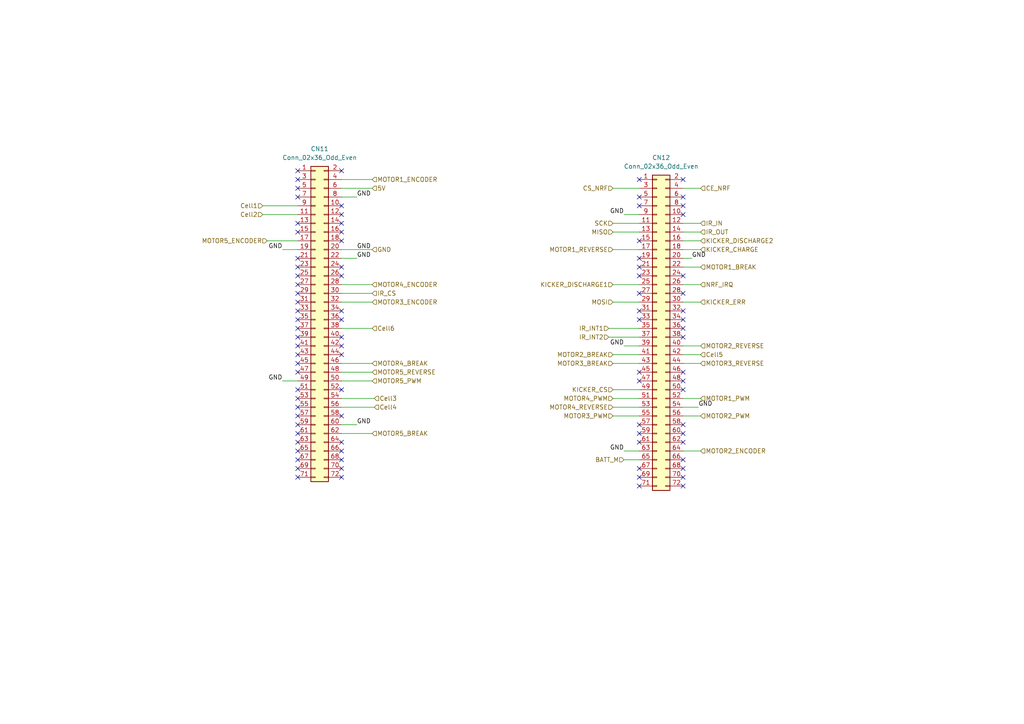
<source format=kicad_sch>
(kicad_sch (version 20231120) (generator "eeschema") (generator_version "8.0")
  (paper "A4")
  (lib_symbols
    (symbol "Connector_Generic:Conn_02x36_Odd_Even" (pin_names (offset 1.016) hide)
      (property "Reference" "J" (at 1.27 45.72 0))
      (property "Value" "Conn_02x36_Odd_Even" (at 1.27 -48.26 0))
      (symbol "Conn_02x36_Odd_Even_1_1"
        (rectangle (start -1.27 -45.593) (end 0 -45.847) (stroke (width 0.1524)))
        (rectangle (start -1.27 -43.053) (end 0 -43.307) (stroke (width 0.1524)))
        (rectangle (start -1.27 -40.513) (end 0 -40.767) (stroke (width 0.1524)))
        (rectangle (start -1.27 -37.973) (end 0 -38.227) (stroke (width 0.1524)))
        (rectangle (start -1.27 -35.433) (end 0 -35.687) (stroke (width 0.1524)))
        (rectangle (start -1.27 -32.893) (end 0 -33.147) (stroke (width 0.1524)))
        (rectangle (start -1.27 -30.353) (end 0 -30.607) (stroke (width 0.1524)))
        (rectangle (start -1.27 -27.813) (end 0 -28.067) (stroke (width 0.1524)))
        (rectangle (start -1.27 -25.273) (end 0 -25.527) (stroke (width 0.1524)))
        (rectangle (start -1.27 -22.733) (end 0 -22.987) (stroke (width 0.1524)))
        (rectangle (start -1.27 -20.193) (end 0 -20.447) (stroke (width 0.1524)))
        (rectangle (start -1.27 -17.653) (end 0 -17.907) (stroke (width 0.1524)))
        (rectangle (start -1.27 -15.113) (end 0 -15.367) (stroke (width 0.1524)))
        (rectangle (start -1.27 -12.573) (end 0 -12.827) (stroke (width 0.1524)))
        (rectangle (start -1.27 -10.033) (end 0 -10.287) (stroke (width 0.1524)))
        (rectangle (start -1.27 -7.493) (end 0 -7.747) (stroke (width 0.1524)))
        (rectangle (start -1.27 -4.953) (end 0 -5.207) (stroke (width 0.1524)))
        (rectangle (start -1.27 -2.413) (end 0 -2.667) (stroke (width 0.1524)))
        (rectangle (start -1.27 0.127) (end 0 -0.127) (stroke (width 0.1524)))
        (rectangle (start -1.27 2.667) (end 0 2.413) (stroke (width 0.1524)))
        (rectangle (start -1.27 5.207) (end 0 4.953) (stroke (width 0.1524)))
        (rectangle (start -1.27 7.747) (end 0 7.493) (stroke (width 0.1524)))
        (rectangle (start -1.27 10.287) (end 0 10.033) (stroke (width 0.1524)))
        (rectangle (start -1.27 12.827) (end 0 12.573) (stroke (width 0.1524)))
        (rectangle (start -1.27 15.367) (end 0 15.113) (stroke (width 0.1524)))
        (rectangle (start -1.27 17.907) (end 0 17.653) (stroke (width 0.1524)))
        (rectangle (start -1.27 20.447) (end 0 20.193) (stroke (width 0.1524)))
        (rectangle (start -1.27 22.987) (end 0 22.733) (stroke (width 0.1524)))
        (rectangle (start -1.27 25.527) (end 0 25.273) (stroke (width 0.1524)))
        (rectangle (start -1.27 28.067) (end 0 27.813) (stroke (width 0.1524)))
        (rectangle (start -1.27 30.607) (end 0 30.353) (stroke (width 0.1524)))
        (rectangle (start -1.27 33.147) (end 0 32.893) (stroke (width 0.1524)))
        (rectangle (start -1.27 35.687) (end 0 35.433) (stroke (width 0.1524)))
        (rectangle (start -1.27 38.227) (end 0 37.973) (stroke (width 0.1524)))
        (rectangle (start -1.27 40.767) (end 0 40.513) (stroke (width 0.1524)))
        (rectangle (start -1.27 43.307) (end 0 43.053) (stroke (width 0.1524)))
        (rectangle (start -1.27 44.45) (end 3.81 -46.99) (stroke (width 0.254)) (fill (type background)))
        (rectangle (start 3.81 -45.593) (end 2.54 -45.847) (stroke (width 0.1524)))
        (rectangle (start 3.81 -43.053) (end 2.54 -43.307) (stroke (width 0.1524)))
        (rectangle (start 3.81 -40.513) (end 2.54 -40.767) (stroke (width 0.1524)))
        (rectangle (start 3.81 -37.973) (end 2.54 -38.227) (stroke (width 0.1524)))
        (rectangle (start 3.81 -35.433) (end 2.54 -35.687) (stroke (width 0.1524)))
        (rectangle (start 3.81 -32.893) (end 2.54 -33.147) (stroke (width 0.1524)))
        (rectangle (start 3.81 -30.353) (end 2.54 -30.607) (stroke (width 0.1524)))
        (rectangle (start 3.81 -27.813) (end 2.54 -28.067) (stroke (width 0.1524)))
        (rectangle (start 3.81 -25.273) (end 2.54 -25.527) (stroke (width 0.1524)))
        (rectangle (start 3.81 -22.733) (end 2.54 -22.987) (stroke (width 0.1524)))
        (rectangle (start 3.81 -20.193) (end 2.54 -20.447) (stroke (width 0.1524)))
        (rectangle (start 3.81 -17.653) (end 2.54 -17.907) (stroke (width 0.1524)))
        (rectangle (start 3.81 -15.113) (end 2.54 -15.367) (stroke (width 0.1524)))
        (rectangle (start 3.81 -12.573) (end 2.54 -12.827) (stroke (width 0.1524)))
        (rectangle (start 3.81 -10.033) (end 2.54 -10.287) (stroke (width 0.1524)))
        (rectangle (start 3.81 -7.493) (end 2.54 -7.747) (stroke (width 0.1524)))
        (rectangle (start 3.81 -4.953) (end 2.54 -5.207) (stroke (width 0.1524)))
        (rectangle (start 3.81 -2.413) (end 2.54 -2.667) (stroke (width 0.1524)))
        (rectangle (start 3.81 0.127) (end 2.54 -0.127) (stroke (width 0.1524)))
        (rectangle (start 3.81 2.667) (end 2.54 2.413) (stroke (width 0.1524)))
        (rectangle (start 3.81 5.207) (end 2.54 4.953) (stroke (width 0.1524)))
        (rectangle (start 3.81 7.747) (end 2.54 7.493) (stroke (width 0.1524)))
        (rectangle (start 3.81 10.287) (end 2.54 10.033) (stroke (width 0.1524)))
        (rectangle (start 3.81 12.827) (end 2.54 12.573) (stroke (width 0.1524)))
        (rectangle (start 3.81 15.367) (end 2.54 15.113) (stroke (width 0.1524)))
        (rectangle (start 3.81 17.907) (end 2.54 17.653) (stroke (width 0.1524)))
        (rectangle (start 3.81 20.447) (end 2.54 20.193) (stroke (width 0.1524)))
        (rectangle (start 3.81 22.987) (end 2.54 22.733) (stroke (width 0.1524)))
        (rectangle (start 3.81 25.527) (end 2.54 25.273) (stroke (width 0.1524)))
        (rectangle (start 3.81 28.067) (end 2.54 27.813) (stroke (width 0.1524)))
        (rectangle (start 3.81 30.607) (end 2.54 30.353) (stroke (width 0.1524)))
        (rectangle (start 3.81 33.147) (end 2.54 32.893) (stroke (width 0.1524)))
        (rectangle (start 3.81 35.687) (end 2.54 35.433) (stroke (width 0.1524)))
        (rectangle (start 3.81 38.227) (end 2.54 37.973) (stroke (width 0.1524)))
        (rectangle (start 3.81 40.767) (end 2.54 40.513) (stroke (width 0.1524)))
        (rectangle (start 3.81 43.307) (end 2.54 43.053) (stroke (width 0.1524)))
        (pin passive line (at -5.08 43.18 0) (length 3.81) (name "Pin_1") (number "1"))
        (pin passive line (at 7.62 33.02 180) (length 3.81) (name "Pin_10") (number "10"))
        (pin passive line (at -5.08 30.48 0) (length 3.81) (name "Pin_11") (number "11"))
        (pin passive line (at 7.62 30.48 180) (length 3.81) (name "Pin_12") (number "12"))
        (pin passive line (at -5.08 27.94 0) (length 3.81) (name "Pin_13") (number "13"))
        (pin passive line (at 7.62 27.94 180) (length 3.81) (name "Pin_14") (number "14"))
        (pin passive line (at -5.08 25.4 0) (length 3.81) (name "Pin_15") (number "15"))
        (pin passive line (at 7.62 25.4 180) (length 3.81) (name "Pin_16") (number "16"))
        (pin passive line (at -5.08 22.86 0) (length 3.81) (name "Pin_17") (number "17"))
        (pin passive line (at 7.62 22.86 180) (length 3.81) (name "Pin_18") (number "18"))
        (pin passive line (at -5.08 20.32 0) (length 3.81) (name "Pin_19") (number "19"))
        (pin passive line (at 7.62 43.18 180) (length 3.81) (name "Pin_2") (number "2"))
        (pin passive line (at 7.62 20.32 180) (length 3.81) (name "Pin_20") (number "20"))
        (pin passive line (at -5.08 17.78 0) (length 3.81) (name "Pin_21") (number "21"))
        (pin passive line (at 7.62 17.78 180) (length 3.81) (name "Pin_22") (number "22"))
        (pin passive line (at -5.08 15.24 0) (length 3.81) (name "Pin_23") (number "23"))
        (pin passive line (at 7.62 15.24 180) (length 3.81) (name "Pin_24") (number "24"))
        (pin passive line (at -5.08 12.7 0) (length 3.81) (name "Pin_25") (number "25"))
        (pin passive line (at 7.62 12.7 180) (length 3.81) (name "Pin_26") (number "26"))
        (pin passive line (at -5.08 10.16 0) (length 3.81) (name "Pin_27") (number "27"))
        (pin passive line (at 7.62 10.16 180) (length 3.81) (name "Pin_28") (number "28"))
        (pin passive line (at -5.08 7.62 0) (length 3.81) (name "Pin_29") (number "29"))
        (pin passive line (at -5.08 40.64 0) (length 3.81) (name "Pin_3") (number "3"))
        (pin passive line (at 7.62 7.62 180) (length 3.81) (name "Pin_30") (number "30"))
        (pin passive line (at -5.08 5.08 0) (length 3.81) (name "Pin_31") (number "31"))
        (pin passive line (at 7.62 5.08 180) (length 3.81) (name "Pin_32") (number "32"))
        (pin passive line (at -5.08 2.54 0) (length 3.81) (name "Pin_33") (number "33"))
        (pin passive line (at 7.62 2.54 180) (length 3.81) (name "Pin_34") (number "34"))
        (pin passive line (at -5.08 0 0) (length 3.81) (name "Pin_35") (number "35"))
        (pin passive line (at 7.62 0 180) (length 3.81) (name "Pin_36") (number "36"))
        (pin passive line (at -5.08 -2.54 0) (length 3.81) (name "Pin_37") (number "37"))
        (pin passive line (at 7.62 -2.54 180) (length 3.81) (name "Pin_38") (number "38"))
        (pin passive line (at -5.08 -5.08 0) (length 3.81) (name "Pin_39") (number "39"))
        (pin passive line (at 7.62 40.64 180) (length 3.81) (name "Pin_4") (number "4"))
        (pin passive line (at 7.62 -5.08 180) (length 3.81) (name "Pin_40") (number "40"))
        (pin passive line (at -5.08 -7.62 0) (length 3.81) (name "Pin_41") (number "41"))
        (pin passive line (at 7.62 -7.62 180) (length 3.81) (name "Pin_42") (number "42"))
        (pin passive line (at -5.08 -10.16 0) (length 3.81) (name "Pin_43") (number "43"))
        (pin passive line (at 7.62 -10.16 180) (length 3.81) (name "Pin_44") (number "44"))
        (pin passive line (at -5.08 -12.7 0) (length 3.81) (name "Pin_45") (number "45"))
        (pin passive line (at 7.62 -12.7 180) (length 3.81) (name "Pin_46") (number "46"))
        (pin passive line (at -5.08 -15.24 0) (length 3.81) (name "Pin_47") (number "47"))
        (pin passive line (at 7.62 -15.24 180) (length 3.81) (name "Pin_48") (number "48"))
        (pin passive line (at -5.08 -17.78 0) (length 3.81) (name "Pin_49") (number "49"))
        (pin passive line (at -5.08 38.1 0) (length 3.81) (name "Pin_5") (number "5"))
        (pin passive line (at 7.62 -17.78 180) (length 3.81) (name "Pin_50") (number "50"))
        (pin passive line (at -5.08 -20.32 0) (length 3.81) (name "Pin_51") (number "51"))
        (pin passive line (at 7.62 -20.32 180) (length 3.81) (name "Pin_52") (number "52"))
        (pin passive line (at -5.08 -22.86 0) (length 3.81) (name "Pin_53") (number "53"))
        (pin passive line (at 7.62 -22.86 180) (length 3.81) (name "Pin_54") (number "54"))
        (pin passive line (at -5.08 -25.4 0) (length 3.81) (name "Pin_55") (number "55"))
        (pin passive line (at 7.62 -25.4 180) (length 3.81) (name "Pin_56") (number "56"))
        (pin passive line (at -5.08 -27.94 0) (length 3.81) (name "Pin_57") (number "57"))
        (pin passive line (at 7.62 -27.94 180) (length 3.81) (name "Pin_58") (number "58"))
        (pin passive line (at -5.08 -30.48 0) (length 3.81) (name "Pin_59") (number "59"))
        (pin passive line (at 7.62 38.1 180) (length 3.81) (name "Pin_6") (number "6"))
        (pin passive line (at 7.62 -30.48 180) (length 3.81) (name "Pin_60") (number "60"))
        (pin passive line (at -5.08 -33.02 0) (length 3.81) (name "Pin_61") (number "61"))
        (pin passive line (at 7.62 -33.02 180) (length 3.81) (name "Pin_62") (number "62"))
        (pin passive line (at -5.08 -35.56 0) (length 3.81) (name "Pin_63") (number "63"))
        (pin passive line (at 7.62 -35.56 180) (length 3.81) (name "Pin_64") (number "64"))
        (pin passive line (at -5.08 -38.1 0) (length 3.81) (name "Pin_65") (number "65"))
        (pin passive line (at 7.62 -38.1 180) (length 3.81) (name "Pin_66") (number "66"))
        (pin passive line (at -5.08 -40.64 0) (length 3.81) (name "Pin_67") (number "67"))
        (pin passive line (at 7.62 -40.64 180) (length 3.81) (name "Pin_68") (number "68"))
        (pin passive line (at -5.08 -43.18 0) (length 3.81) (name "Pin_69") (number "69"))
        (pin passive line (at -5.08 35.56 0) (length 3.81) (name "Pin_7") (number "7"))
        (pin passive line (at 7.62 -43.18 180) (length 3.81) (name "Pin_70") (number "70"))
        (pin passive line (at -5.08 -45.72 0) (length 3.81) (name "Pin_71") (number "71"))
        (pin passive line (at 7.62 -45.72 180) (length 3.81) (name "Pin_72") (number "72"))
        (pin passive line (at 7.62 35.56 180) (length 3.81) (name "Pin_8") (number "8"))
        (pin passive line (at -5.08 33.02 0) (length 3.81) (name "Pin_9") (number "9"))
      )
    )
  )
  (no_connect (at 86.36 135.89))
  (no_connect (at 86.36 130.81))
  (no_connect (at 185.42 110.49))
  (no_connect (at 86.36 67.31))
  (no_connect (at 198.12 123.19))
  (no_connect (at 86.36 105.41))
  (no_connect (at 99.06 77.47))
  (no_connect (at 99.06 64.77))
  (no_connect (at 198.12 113.03))
  (no_connect (at 99.06 62.23))
  (no_connect (at 185.42 90.17))
  (no_connect (at 198.12 57.15))
  (no_connect (at 198.12 107.95))
  (no_connect (at 198.12 138.43))
  (no_connect (at 99.06 90.17))
  (no_connect (at 86.36 54.61))
  (no_connect (at 99.06 67.31))
  (no_connect (at 86.36 77.47))
  (no_connect (at 86.36 87.63))
  (no_connect (at 86.36 52.07))
  (no_connect (at 185.42 123.19))
  (no_connect (at 86.36 74.93))
  (no_connect (at 86.36 128.27))
  (no_connect (at 185.42 140.97))
  (no_connect (at 185.42 135.89))
  (no_connect (at 86.36 85.09))
  (no_connect (at 99.06 80.01))
  (no_connect (at 99.06 130.81))
  (no_connect (at 198.12 135.89))
  (no_connect (at 198.12 97.79))
  (no_connect (at 99.06 97.79))
  (no_connect (at 99.06 102.87))
  (no_connect (at 185.42 125.73))
  (no_connect (at 86.36 100.33))
  (no_connect (at 198.12 95.25))
  (no_connect (at 99.06 69.85))
  (no_connect (at 185.42 69.85))
  (no_connect (at 198.12 110.49))
  (no_connect (at 99.06 59.69))
  (no_connect (at 86.36 138.43))
  (no_connect (at 185.42 57.15))
  (no_connect (at 86.36 90.17))
  (no_connect (at 198.12 52.07))
  (no_connect (at 185.42 138.43))
  (no_connect (at 198.12 133.35))
  (no_connect (at 198.12 140.97))
  (no_connect (at 185.42 85.09))
  (no_connect (at 185.42 77.47))
  (no_connect (at 198.12 85.09))
  (no_connect (at 198.12 62.23))
  (no_connect (at 185.42 74.93))
  (no_connect (at 86.36 57.15))
  (no_connect (at 86.36 80.01))
  (no_connect (at 198.12 128.27))
  (no_connect (at 86.36 118.11))
  (no_connect (at 99.06 92.71))
  (no_connect (at 86.36 133.35))
  (no_connect (at 86.36 95.25))
  (no_connect (at 86.36 123.19))
  (no_connect (at 185.42 52.07))
  (no_connect (at 198.12 92.71))
  (no_connect (at 198.12 59.69))
  (no_connect (at 86.36 97.79))
  (no_connect (at 86.36 120.65))
  (no_connect (at 185.42 59.69))
  (no_connect (at 185.42 80.01))
  (no_connect (at 86.36 92.71))
  (no_connect (at 86.36 82.55))
  (no_connect (at 99.06 113.03))
  (no_connect (at 99.06 138.43))
  (no_connect (at 99.06 120.65))
  (no_connect (at 99.06 135.89))
  (no_connect (at 198.12 80.01))
  (no_connect (at 185.42 107.95))
  (no_connect (at 99.06 133.35))
  (no_connect (at 99.06 100.33))
  (no_connect (at 86.36 113.03))
  (no_connect (at 99.06 49.53))
  (no_connect (at 86.36 125.73))
  (no_connect (at 86.36 107.95))
  (no_connect (at 86.36 64.77))
  (no_connect (at 86.36 102.87))
  (no_connect (at 198.12 90.17))
  (no_connect (at 185.42 92.71))
  (no_connect (at 198.12 125.73))
  (no_connect (at 185.42 128.27))
  (no_connect (at 86.36 115.57))
  (no_connect (at 86.36 49.53))
  (no_connect (at 99.06 128.27))
  (wire (pts (xy 177.8 102.87) (xy 185.42 102.87)))
  (wire (pts (xy 203.2 82.55) (xy 198.12 82.55)))
  (wire (pts (xy 203.2 105.41) (xy 198.12 105.41)))
  (wire (pts (xy 107.95 85.09) (xy 99.06 85.09)))
  (wire (pts (xy 177.8 105.41) (xy 185.42 105.41)))
  (wire (pts (xy 177.8 118.11) (xy 185.42 118.11)))
  (wire (pts (xy 76.2 59.69) (xy 86.36 59.69)))
  (wire (pts (xy 203.2 77.47) (xy 198.12 77.47)))
  (wire (pts (xy 99.06 74.93) (xy 103.505 74.93)))
  (wire (pts (xy 107.95 125.73) (xy 99.06 125.73)))
  (wire (pts (xy 203.2 87.63) (xy 198.12 87.63)))
  (wire (pts (xy 107.95 110.49) (xy 99.06 110.49)))
  (wire (pts (xy 177.8 67.31) (xy 185.42 67.31)))
  (wire (pts (xy 77.47 69.85) (xy 86.36 69.85)))
  (wire (pts (xy 177.8 87.63) (xy 185.42 87.63)))
  (wire (pts (xy 107.95 95.25) (xy 99.06 95.25)))
  (wire (pts (xy 107.95 107.95) (xy 99.06 107.95)))
  (wire (pts (xy 177.8 113.03) (xy 185.42 113.03)))
  (wire (pts (xy 76.2 62.23) (xy 86.36 62.23)))
  (wire (pts (xy 203.2 67.31) (xy 198.12 67.31)))
  (wire (pts (xy 185.42 130.81) (xy 180.975 130.81)))
  (wire (pts (xy 203.2 115.57) (xy 198.12 115.57)))
  (wire (pts (xy 198.12 74.93) (xy 200.66 74.93)))
  (wire (pts (xy 99.06 123.19) (xy 103.505 123.19)))
  (wire (pts (xy 203.2 64.77) (xy 198.12 64.77)))
  (wire (pts (xy 198.12 118.11) (xy 202.565 118.11)))
  (wire (pts (xy 176.53 95.25) (xy 185.42 95.25)))
  (wire (pts (xy 203.2 120.65) (xy 198.12 120.65)))
  (wire (pts (xy 203.2 100.33) (xy 198.12 100.33)))
  (wire (pts (xy 86.36 110.49) (xy 81.915 110.49)))
  (wire (pts (xy 177.8 64.77) (xy 185.42 64.77)))
  (wire (pts (xy 86.36 72.39) (xy 81.915 72.39)))
  (wire (pts (xy 185.42 62.23) (xy 180.975 62.23)))
  (wire (pts (xy 203.2 54.61) (xy 198.12 54.61)))
  (wire (pts (xy 108.585 118.11) (xy 99.06 118.11)))
  (wire (pts (xy 180.975 133.35) (xy 185.42 133.35)))
  (wire (pts (xy 107.95 82.55) (xy 99.06 82.55)))
  (wire (pts (xy 203.2 130.81) (xy 198.12 130.81)))
  (wire (pts (xy 177.8 72.39) (xy 185.42 72.39)))
  (wire (pts (xy 99.06 72.39) (xy 107.95 72.39)))
  (wire (pts (xy 176.53 97.79) (xy 185.42 97.79)))
  (wire (pts (xy 203.2 69.85) (xy 198.12 69.85)))
  (wire (pts (xy 177.8 115.57) (xy 185.42 115.57)))
  (wire (pts (xy 177.8 54.61) (xy 185.42 54.61)))
  (wire (pts (xy 99.06 54.61) (xy 107.95 54.61)))
  (wire (pts (xy 107.95 87.63) (xy 99.06 87.63)))
  (wire (pts (xy 177.8 82.55) (xy 185.42 82.55)))
  (wire (pts (xy 203.2 102.87) (xy 198.12 102.87)))
  (wire (pts (xy 99.06 57.15) (xy 103.505 57.15)))
  (wire (pts (xy 107.95 105.41) (xy 99.06 105.41)))
  (wire (pts (xy 203.2 72.39) (xy 198.12 72.39)))
  (wire (pts (xy 107.95 52.07) (xy 99.06 52.07)))
  (wire (pts (xy 177.8 120.65) (xy 185.42 120.65)))
  (wire (pts (xy 108.585 115.57) (xy 99.06 115.57)))
  (wire (pts (xy 185.42 100.33) (xy 180.975 100.33)))
  (label "GND" (at 103.505 72.39 0))
  (label "GND" (at 103.505 123.19 0))
  (label "GND" (at 81.915 110.49 180))
  (label "GND" (at 202.565 118.11 0))
  (label "GND" (at 103.505 74.93 0))
  (label "GND" (at 180.975 100.33 180))
  (label "GND" (at 103.505 57.15 0))
  (label "GND" (at 180.975 130.81 180))
  (label "GND" (at 200.66 74.93 0))
  (label "GND" (at 180.975 62.23 180))
  (label "GND" (at 81.915 72.39 180))
  (hierarchical_label "Cell6" (shape input) (at 107.95 95.25 0))
  (hierarchical_label "5V" (shape input) (at 107.95 54.61 0))
  (hierarchical_label "MOTOR3_REVERSE" (shape input) (at 203.2 105.41 0))
  (hierarchical_label "MOTOR1_BREAK" (shape input) (at 203.2 77.47 0))
  (hierarchical_label "MISO" (shape input) (at 177.8 67.31 180))
  (hierarchical_label "CS_NRF" (shape input) (at 177.8 54.61 180))
  (hierarchical_label "MOTOR4_PWM" (shape input) (at 177.8 115.57 180))
  (hierarchical_label "Cell3" (shape input) (at 108.585 115.57 0))
  (hierarchical_label "KICKER_DISCHARGE2" (shape input) (at 203.2 69.85 0))
  (hierarchical_label "MOTOR4_REVERSE" (shape input) (at 177.8 118.11 180))
  (hierarchical_label "MOTOR4_ENCODER" (shape input) (at 107.95 82.55 0))
  (hierarchical_label "MOTOR3_PWM" (shape input) (at 177.8 120.65 180))
  (hierarchical_label "IR_INT1" (shape input) (at 176.53 95.25 180))
  (hierarchical_label "MOTOR5_REVERSE" (shape input) (at 107.95 107.95 0))
  (hierarchical_label "NRF_IRQ" (shape input) (at 203.2 82.55 0))
  (hierarchical_label "MOSI" (shape input) (at 177.8 87.63 180))
  (hierarchical_label "MOTOR1_ENCODER" (shape input) (at 107.95 52.07 0))
  (hierarchical_label "Cell5" (shape input) (at 203.2 102.87 0))
  (hierarchical_label "KICKER_DISCHARGE1" (shape input) (at 177.8 82.55 180))
  (hierarchical_label "MOTOR4_BREAK" (shape input) (at 107.95 105.41 0))
  (hierarchical_label "IR_OUT" (shape input) (at 203.2 67.31 0))
  (hierarchical_label "KICKER_CHARGE" (shape input) (at 203.2 72.39 0))
  (hierarchical_label "MOTOR5_PWM" (shape input) (at 107.95 110.49 0))
  (hierarchical_label "MOTOR1_REVERSE" (shape input) (at 177.8 72.39 180))
  (hierarchical_label "GND" (shape input) (at 107.95 72.39 0))
  (hierarchical_label "KICKER_CS" (shape input) (at 177.8 113.03 180))
  (hierarchical_label "IR_CS" (shape input) (at 107.95 85.09 0))
  (hierarchical_label "SCK" (shape input) (at 177.8 64.77 180))
  (hierarchical_label "Cell1" (shape input) (at 76.2 59.69 180))
  (hierarchical_label "MOTOR5_ENCODER" (shape input) (at 77.47 69.85 180))
  (hierarchical_label "IR_INT2" (shape input) (at 176.53 97.79 180))
  (hierarchical_label "BATT_M" (shape input) (at 180.975 133.35 180))
  (hierarchical_label "MOTOR2_PWM" (shape input) (at 203.2 120.65 0))
  (hierarchical_label "CE_NRF" (shape input) (at 203.2 54.61 0))
  (hierarchical_label "MOTOR5_BREAK" (shape input) (at 107.95 125.73 0))
  (hierarchical_label "Cell4" (shape input) (at 108.585 118.11 0))
  (hierarchical_label "Cell2" (shape input) (at 76.2 62.23 180))
  (hierarchical_label "MOTOR1_PWM" (shape input) (at 203.2 115.57 0))
  (hierarchical_label "MOTOR2_ENCODER" (shape input) (at 203.2 130.81 0))
  (hierarchical_label "MOTOR2_REVERSE" (shape input) (at 203.2 100.33 0))
  (hierarchical_label "MOTOR2_BREAK" (shape input) (at 177.8 102.87 180))
  (hierarchical_label "KICKER_ERR" (shape input) (at 203.2 87.63 0))
  (hierarchical_label "MOTOR3_BREAK" (shape input) (at 177.8 105.41 180))
  (hierarchical_label "IR_IN" (shape input) (at 203.2 64.77 0))
  (hierarchical_label "MOTOR3_ENCODER" (shape input) (at 107.95 87.63 0))
  (symbol (lib_id "Connector_Generic:Conn_02x36_Odd_Even") (at 91.44 92.71 0) (unit 1)
    (property "Reference" "CN11" (at 92.71 43.18 0))
    (property "Value" "Conn_02x36_Odd_Even" (at 92.71 45.72 0))
    (property "Footprint" "Connector_PinHeader_2.54mm:PinHeader_2x36_P2.54mm_Vertical_SMD" (effects (hide yes)))
    (property "Description" "Generic connector, double row, 02x36, odd/even pin numbering scheme (row 1 odd numbers, row 2 even numbers), script generated (kicad-library-utils/schlib/autogen/connector/)" (effects (hide yes)))
  )
  (symbol (lib_id "Connector_Generic:Conn_02x36_Odd_Even") (at 190.5 95.25 0) (unit 1)
    (property "Reference" "CN12" (at 191.77 45.72 0))
    (property "Value" "Conn_02x36_Odd_Even" (at 191.77 48.26 0))
    (property "Footprint" "Connector_PinHeader_2.54mm:PinHeader_2x36_P2.54mm_Vertical_SMD" (effects (hide yes)))
    (property "Description" "Generic connector, double row, 02x36, odd/even pin numbering scheme (row 1 odd numbers, row 2 even numbers), script generated (kicad-library-utils/schlib/autogen/connector/)" (effects (hide yes)))
  )
)
</source>
